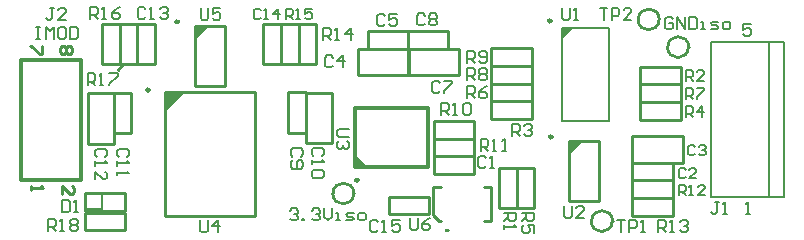
<source format=gto>
%FSTAX23Y23*%
%MOIN*%
%SFA1B1*%

%IPPOS*%
%ADD33C,0.010000*%
%ADD34C,0.011800*%
%ADD35C,0.012000*%
%ADD36C,0.007900*%
%ADD37C,0.005000*%
%ADD38C,0.008000*%
%ADD39R,0.009600X0.059100*%
%ADD40R,0.054600X0.009800*%
%ADD41R,0.010200X0.059500*%
%ADD42R,0.055500X0.009800*%
%LNcn0349-1*%
%LPD*%
G36*
X01866Y00284D02*
Y00324D01*
X01905*
X01866Y00284*
G37*
G36*
X01188Y00244D02*
X01166D01*
X01151Y00249*
Y00281*
X01188Y00244*
G37*
G36*
X00515Y00425D02*
Y00491D01*
X00581*
X00515Y00425*
G37*
G36*
X00621Y00668D02*
Y00708D01*
X0066*
X00621Y00668*
G37*
G36*
X01873Y00703D02*
X01836Y00666D01*
Y00687*
X01841Y00703*
X01873*
Y00703*
G37*
G54D33*
X01145Y00154D02*
D01*
D01*
G75*
G03X01074I-00035J0D01*
G74*G01*
D01*
G75*
G03X01145I00035J0D01*
G74*G01*
X02261Y00642D02*
D01*
D01*
G75*
G03X0219I-00035J0D01*
G74*G01*
D01*
G75*
G03X02261I00035J0D01*
G74*G01*
X02163Y00734D02*
D01*
D01*
G75*
G03X02092I-00035J0D01*
G74*G01*
D01*
G75*
G03X02163I00035J0D01*
G74*G01*
X02007Y00062D02*
D01*
D01*
G75*
G03X01936I-00035J0D01*
G74*G01*
D01*
G75*
G03X02007I00035J0D01*
G74*G01*
X01457Y00031D02*
D01*
D01*
G75*
G03X01453I-00002J0D01*
G74*G01*
D01*
G75*
G03X01457I00002J0D01*
G74*G01*
X00357Y00566D02*
X00376Y00585D01*
X01262Y00084D02*
X01396D01*
X01262Y00143D02*
X01396D01*
Y00084D02*
Y00143D01*
X01262Y00084D02*
Y00143D01*
X02073Y00139D02*
X02207D01*
X02073Y00198D02*
X02207D01*
Y00139D02*
Y00198D01*
X02073Y00139D02*
Y00198D01*
X00423Y00585D02*
Y00719D01*
X00482Y00585D02*
Y00719D01*
X00423Y00585D02*
X00482D01*
X00423Y00719D02*
X00482D01*
X00616Y00713D02*
X00691D01*
X00716*
Y00513D02*
Y00713D01*
X00616Y00513D02*
X00716D01*
X00616D02*
Y00713D01*
X00902Y00584D02*
Y00718D01*
X00961Y00584D02*
Y00718D01*
X00902Y00584D02*
X00961D01*
X00902Y00718D02*
X00961D01*
Y00584D02*
Y00718D01*
X0102Y00584D02*
Y00718D01*
X00961Y00584D02*
X0102D01*
X00961Y00718D02*
X0102D01*
X01687Y00106D02*
Y0024D01*
X01628Y00106D02*
Y0024D01*
X01687*
X01628Y00106D02*
X01687D01*
Y00106D02*
Y0024D01*
X01746Y00106D02*
Y0024D01*
X01687Y00106D02*
X01746D01*
X01687Y0024D02*
X01746D01*
X01411Y00278D02*
X01545D01*
X01411Y00219D02*
X01545D01*
X01411D02*
Y00278D01*
X01545Y00219D02*
Y00278D01*
X01411Y00337D02*
X01545D01*
X01411Y00278D02*
X01545D01*
X01411D02*
Y00337D01*
X01545Y00278D02*
Y00337D01*
X01157Y00635D02*
X01326D01*
X01157Y00548D02*
X01326D01*
X01157D02*
Y00635D01*
X01326Y00548D02*
Y00635D01*
X01192Y00635D02*
X01326D01*
X01192Y00694D02*
X01326D01*
Y00635D02*
Y00694D01*
X01192Y00635D02*
Y00694D01*
X00984Y00357D02*
Y00491D01*
X00925Y00357D02*
Y00491D01*
X00984*
X00925Y00357D02*
X00984D01*
X00984Y00321D02*
Y0049D01*
X01071Y00321D02*
Y0049D01*
X00984Y00321D02*
X01071D01*
X00984Y0049D02*
X01071D01*
X01861Y00329D02*
X01936D01*
X01961*
Y00129D02*
Y00329D01*
X01861Y00129D02*
X01961D01*
X01861D02*
Y00329D01*
X00382Y00097D02*
Y00156D01*
X00248D02*
X00382D01*
X00248Y00097D02*
Y00156D01*
Y00097D02*
X00382D01*
X00248Y00031D02*
X00382D01*
X00248Y0009D02*
X00382D01*
Y00031D02*
Y0009D01*
X00248Y00031D02*
Y0009D01*
X00403Y00355D02*
Y00489D01*
X00344Y00355D02*
Y00489D01*
X00403*
X00344Y00355D02*
X00403D01*
X00257Y00319D02*
Y00488D01*
X00344Y00319D02*
Y00488D01*
X00257Y00319D02*
X00344D01*
X00257Y00488D02*
X00344D01*
X00364Y00585D02*
Y00719D01*
X00423Y00585D02*
Y00719D01*
X00364Y00585D02*
X00423D01*
X00364Y00719D02*
X00423D01*
X00305Y00585D02*
Y00719D01*
X00364Y00585D02*
Y00719D01*
X00305Y00585D02*
X00364D01*
X00305Y00719D02*
X00364D01*
X00843Y00584D02*
Y00718D01*
X00902Y00584D02*
Y00718D01*
X00843Y00584D02*
X00902D01*
X00843Y00718D02*
X00902D01*
X01327Y00548D02*
X01496D01*
X01327Y00635D02*
X01496D01*
Y00548D02*
Y00635D01*
X01327Y00548D02*
Y00635D01*
X01326Y00694D02*
X0146D01*
X01326Y00635D02*
X0146D01*
X01326D02*
Y00694D01*
X0146Y00635D02*
Y00694D01*
X02073Y00344D02*
X02242D01*
X02073Y00257D02*
X02242D01*
X02073D02*
Y00344D01*
X02242Y00257D02*
Y00344D01*
X02073Y00198D02*
X02207D01*
X02073Y00257D02*
X02207D01*
Y00198D02*
Y00257D01*
X02073Y00198D02*
Y00257D01*
X01603Y00638D02*
X01737D01*
X01603Y00579D02*
X01737D01*
X01603D02*
Y00638D01*
X01737Y00579D02*
Y00638D01*
X01603Y00578D02*
X01737D01*
X01603Y00519D02*
X01737D01*
X01603D02*
Y00578D01*
X01737Y00519D02*
Y00578D01*
X01603Y00461D02*
X01737D01*
X01603Y0052D02*
X01737D01*
Y00461D02*
Y0052D01*
X01603Y00461D02*
Y0052D01*
X021Y004D02*
X02234D01*
X021Y00459D02*
X02234D01*
Y004D02*
Y00459D01*
X021Y004D02*
Y00459D01*
X01603Y00461D02*
X01737D01*
X01603Y00402D02*
X01737D01*
X01603D02*
Y00461D01*
X01737Y00402D02*
Y00461D01*
X021Y00459D02*
X02234D01*
X021Y00518D02*
X02234D01*
Y00459D02*
Y00518D01*
X021Y00459D02*
Y00518D01*
X02234D01*
X021Y00577D02*
X02234D01*
Y00518D02*
Y00577D01*
X021Y00518D02*
Y00577D01*
X02073Y00139D02*
X02207D01*
X02073Y0008D02*
X02207D01*
X02073D02*
Y00139D01*
X02207Y0008D02*
Y00139D01*
X00515Y00078D02*
Y00491D01*
Y00078D02*
X00814D01*
Y00491*
X00515D02*
X00814D01*
X01411Y00396D02*
X01545D01*
X01411Y00337D02*
X01545D01*
X01411D02*
Y00396D01*
X01545Y00337D02*
Y00396D01*
X01578Y00176D02*
X01603D01*
X01578Y00061D02*
X01603D01*
Y00176*
X0141D02*
X01436D01*
X0143Y00061D02*
X01436D01*
X0141Y00081D02*
X0143Y00061D01*
X0141Y00081D02*
Y00176D01*
X00069Y00179D02*
Y00165D01*
Y00172*
X00109*
X00102Y00179*
X00171Y00153D02*
Y0018D01*
X00197Y00153*
X00204*
X00211Y0016*
Y00173*
X00204Y0018*
X00104Y00645D02*
Y00618D01*
X00097*
X0007Y00645*
X00064*
X00171Y0062D02*
X00165Y00626D01*
Y0064*
X00171Y00646*
X00178*
X00185Y0064*
X00191Y00646*
X00198*
X00205Y0064*
Y00626*
X00198Y0062*
X00191*
X00185Y00626*
X00178Y0062*
X00171*
X00185Y00626D02*
Y0064D01*
G54D34*
X00559Y00727D02*
D01*
D01*
G75*
G03X00552I-00003J0D01*
G74*G01*
D01*
G75*
G03X00559I00003J0D01*
G74*G01*
X01804Y00343D02*
D01*
D01*
G75*
G03X01797I-00003J0D01*
G74*G01*
D01*
G75*
G03X01804I00003J0D01*
G74*G01*
X01801Y0073D02*
D01*
D01*
G75*
G03X01794I-00003J0D01*
G74*G01*
D01*
G75*
G03X01801I00003J0D01*
G74*G01*
X00463Y00499D02*
D01*
D01*
G75*
G03X00456I-00003J0D01*
G74*G01*
D01*
G75*
G03X00463I00003J0D01*
G74*G01*
X01157Y00198D02*
D01*
D01*
G75*
G03X01151I-00003J0D01*
G74*G01*
D01*
G75*
G03X01157I00003J0D01*
G74*G01*
G54D35*
X00085Y002D02*
X00235D01*
Y006D02*
X00235Y002D01*
X00035Y006D02*
X00235D01*
X00035Y0025D02*
Y006D01*
Y002D02*
Y0025D01*
Y002D02*
X00085D01*
X01149Y00439D02*
X01393D01*
Y00242D02*
Y00439D01*
X01149Y00242D02*
Y00439D01*
Y00242D02*
X01393D01*
G54D36*
X01837Y00395D02*
X01995D01*
Y00705*
X01837Y00395D02*
Y00705D01*
X01994*
G54D37*
X0258Y00142D02*
Y0066D01*
X02336Y0066D02*
X0258D01*
X02336Y00142D02*
Y0066D01*
Y00141D02*
X0258D01*
X02529Y00143D02*
Y0066D01*
G54D38*
X01226Y00059D02*
X0122Y00066D01*
X01206*
X012Y00059*
Y00032*
X01206Y00026*
X0122*
X01226Y00032*
X0124Y00026D02*
X01253D01*
X01246*
Y00066*
X0124Y00059*
X013Y00066D02*
X01273D01*
Y00046*
X01286Y00052*
X01293*
X013Y00046*
Y00032*
X01293Y00026*
X0128*
X01273Y00032*
X00144Y00772D02*
X00131D01*
X00138*
Y00738*
X00131Y00732*
X00124*
X00118Y00738*
X00184Y00732D02*
X00158D01*
X00184Y00758*
Y00765*
X00178Y00772*
X00164*
X00158Y00765*
X00634Y00773D02*
Y00739D01*
X0064Y00733*
X00654*
X0066Y00739*
Y00773*
X007D02*
X00674D01*
Y00753*
X00687Y00759*
X00694*
X007Y00753*
Y00739*
X00694Y00733*
X0068*
X00674Y00739*
X0113Y00369D02*
X01096D01*
X0109Y00362*
Y00349*
X01096Y00342*
X0113*
X01123Y00329D02*
X0113Y00322D01*
Y00309*
X01123Y00302*
X01116*
X0111Y00309*
Y00315*
Y00309*
X01103Y00302*
X01096*
X0109Y00309*
Y00322*
X01096Y00329*
X01846Y00113D02*
Y00079D01*
X01852Y00073*
X01866*
X01872Y00079*
Y00113*
X01912Y00073D02*
X01886D01*
X01912Y00099*
Y00106*
X01906Y00113*
X01892*
X01886Y00106*
X0184Y00772D02*
Y00738D01*
X01846Y00732*
X0186*
X01866Y00738*
Y00772*
X0188Y00732D02*
X01893D01*
X01886*
Y00772*
X0188Y00765*
X00126Y00028D02*
Y00068D01*
X00146*
X00152Y00061*
Y00048*
X00146Y00041*
X00126*
X00139D02*
X00152Y00028D01*
X00166D02*
X00179D01*
X00172*
Y00068*
X00166Y00061*
X00199D02*
X00206Y00068D01*
X00219*
X00226Y00061*
Y00054*
X00219Y00048*
X00226Y00041*
Y00034*
X00219Y00028*
X00206*
X00199Y00034*
Y00041*
X00206Y00048*
X00199Y00054*
Y00061*
X00206Y00048D02*
X00219D01*
X00257Y00514D02*
Y00554D01*
X00277*
X00283Y00547*
Y00534*
X00277Y00527*
X00257*
X0027D02*
X00283Y00514D01*
X00297D02*
X0031D01*
X00303*
Y00554*
X00297Y00547*
X0033Y00554D02*
X00357D01*
Y00547*
X0033Y0052*
Y00514*
X00266Y00736D02*
Y00776D01*
X00286*
X00292Y00769*
Y00756*
X00286Y00749*
X00266*
X00279D02*
X00292Y00736D01*
X00306D02*
X00319D01*
X00312*
Y00776*
X00306Y00769*
X00366Y00776D02*
X00352Y00769D01*
X00339Y00756*
Y00742*
X00346Y00736*
X00359*
X00366Y00742*
Y00749*
X00359Y00756*
X00339*
X00918Y00735D02*
Y0077D01*
X00935*
X00941Y00764*
Y00752*
X00935Y00746*
X00918*
X00929D02*
X00941Y00735D01*
X00953D02*
X00964D01*
X00958*
Y0077*
X00953Y00764*
X01005Y0077D02*
X00982D01*
Y00752*
X00993Y00758*
X00999*
X01005Y00752*
Y0074*
X00999Y00735*
X00988*
X00982Y0074*
X01042Y00667D02*
Y00707D01*
X01062*
X01068Y007*
Y00687*
X01062Y0068*
X01042*
X01055D02*
X01068Y00667D01*
X01082D02*
X01095D01*
X01088*
Y00707*
X01082Y007*
X01135Y00667D02*
Y00707D01*
X01115Y00687*
X01142*
X02158Y00026D02*
Y00066D01*
X02178*
X02184Y00059*
Y00046*
X02178Y00039*
X02158*
X02171D02*
X02184Y00026D01*
X02198D02*
X02211D01*
X02204*
Y00066*
X02198Y00059*
X02231D02*
X02238Y00066D01*
X02251*
X02258Y00059*
Y00052*
X02251Y00046*
X02244*
X02251*
X02258Y00039*
Y00032*
X02251Y00026*
X02238*
X02231Y00032*
X02228Y00148D02*
Y00183D01*
X02245*
X02251Y00177*
Y00165*
X02245Y00159*
X02228*
X02239D02*
X02251Y00148D01*
X02263D02*
X02274D01*
X02268*
Y00183*
X02263Y00177*
X02315Y00148D02*
X02292D01*
X02315Y00171*
Y00177*
X02309Y00183*
X02298*
X02292Y00177*
X01567Y00297D02*
Y00337D01*
X01587*
X01593Y0033*
Y00317*
X01587Y0031*
X01567*
X0158D02*
X01593Y00297D01*
X01607D02*
X0162D01*
X01613*
Y00337*
X01607Y0033*
X0164Y00297D02*
X01653D01*
X01647*
Y00337*
X0164Y0033*
X01522Y00589D02*
Y00629D01*
X01542*
X01548Y00622*
Y00609*
X01542Y00602*
X01522*
X01535D02*
X01548Y00589D01*
X01562Y00595D02*
X01568Y00589D01*
X01582*
X01588Y00595*
Y00622*
X01582Y00629*
X01568*
X01562Y00622*
Y00615*
X01568Y00609*
X01588*
X01521Y00531D02*
Y00571D01*
X01541*
X01547Y00564*
Y00551*
X01541Y00544*
X01521*
X01534D02*
X01547Y00531D01*
X01561Y00564D02*
X01567Y00571D01*
X01581*
X01587Y00564*
Y00557*
X01581Y00551*
X01587Y00544*
Y00537*
X01581Y00531*
X01567*
X01561Y00537*
Y00544*
X01567Y00551*
X01561Y00557*
Y00564*
X01567Y00551D02*
X01581D01*
X02253Y00469D02*
Y00504D01*
X0227*
X02276Y00498*
Y00486*
X0227Y0048*
X02253*
X02264D02*
X02276Y00469D01*
X02288Y00504D02*
X02311D01*
Y00498*
X02288Y00474*
Y00469*
X01521Y00471D02*
Y00511D01*
X01541*
X01547Y00504*
Y00491*
X01541Y00484*
X01521*
X01534D02*
X01547Y00471D01*
X01587Y00511D02*
X01574Y00504D01*
X01561Y00491*
Y00477*
X01567Y00471*
X01581*
X01587Y00477*
Y00484*
X01581Y00491*
X01561*
X01706Y00089D02*
X01746D01*
Y00069*
X01739Y00062*
X01726*
X01719Y00069*
Y00089*
Y00075D02*
X01706Y00062D01*
X01746Y00022D02*
Y00049D01*
X01726*
X01732Y00035*
Y00029*
X01726Y00022*
X01712*
X01706Y00029*
Y00042*
X01712Y00049*
X02253Y00409D02*
Y00444D01*
X0227*
X02276Y00438*
Y00426*
X0227Y0042*
X02253*
X02264D02*
X02276Y00409D01*
X02305D02*
Y00444D01*
X02288Y00426*
X02311*
X01672Y00346D02*
Y00386D01*
X01692*
X01698Y00379*
Y00366*
X01692Y00359*
X01672*
X01685D02*
X01698Y00346D01*
X01712Y00379D02*
X01718Y00386D01*
X01732*
X01738Y00379*
Y00372*
X01732Y00366*
X01725*
X01732*
X01738Y00359*
Y00352*
X01732Y00346*
X01718*
X01712Y00352*
X02253Y0053D02*
Y00565D01*
X0227*
X02276Y00559*
Y00547*
X0227Y00541*
X02253*
X02264D02*
X02276Y0053D01*
X02311D02*
X02288D01*
X02311Y00553*
Y00559*
X02305Y00565*
X02293*
X02288Y00559*
X01645Y00089D02*
X01685D01*
Y00069*
X01678Y00062*
X01665*
X01658Y00069*
Y00089*
Y00075D02*
X01645Y00062D01*
Y00049D02*
Y00035D01*
Y00042*
X01685*
X01678Y00049*
X02207Y00734D02*
X02201Y00741D01*
X02187*
X02181Y00734*
Y00707*
X02187Y00701*
X02201*
X02207Y00707*
Y00721*
X02194*
X02221Y00701D02*
Y00741D01*
X02247Y00701*
Y00741*
X02261D02*
Y00701D01*
X02281*
X02287Y00707*
Y00734*
X02281Y00741*
X02261*
X02301Y00701D02*
X02314D01*
X02307*
Y00727*
X02301*
X02334Y00701D02*
X02354D01*
X0236Y00707*
X02354Y00714*
X0234*
X02334Y00721*
X0234Y00727*
X0236*
X0238Y00701D02*
X02394D01*
X024Y00707*
Y00721*
X02394Y00727*
X0238*
X02374Y00721*
Y00707*
X0238Y00701*
X00173Y00131D02*
Y00091D01*
X00193*
X00199Y00097*
Y00124*
X00193Y00131*
X00173*
X00213Y00091D02*
X00226D01*
X00219*
Y00131*
X00213Y00124*
X00834Y00764D02*
X00828Y0077D01*
X00816*
X00811Y00764*
Y0074*
X00816Y00735*
X00828*
X00834Y0074*
X00846Y00735D02*
X00857D01*
X00851*
Y0077*
X00846Y00764*
X00892Y00735D02*
Y0077D01*
X00875Y00752*
X00898*
X0045Y00769D02*
X00444Y00776D01*
X0043*
X00424Y00769*
Y00742*
X0043Y00736*
X00444*
X0045Y00742*
X00464Y00736D02*
X00477D01*
X0047*
Y00776*
X00464Y00769*
X00497D02*
X00504Y00776D01*
X00517*
X00524Y00769*
Y00762*
X00517Y00756*
X0051*
X00517*
X00524Y00749*
Y00742*
X00517Y00736*
X00504*
X00497Y00742*
X00314Y00274D02*
X00321Y00281D01*
Y00294*
X00314Y00301*
X00287*
X00281Y00294*
Y00281*
X00287Y00274*
X00281Y00261D02*
Y00247D01*
Y00254*
X00321*
X00314Y00261*
X00281Y00201D02*
Y00227D01*
X00307Y00201*
X00314*
X00321Y00207*
Y00221*
X00314Y00227*
X00389Y00274D02*
X00396Y00281D01*
Y00294*
X00389Y00301*
X00362*
X00356Y00294*
Y00281*
X00362Y00274*
X00356Y00261D02*
Y00247D01*
Y00254*
X00396*
X00389Y00261*
X00356Y00227D02*
Y00214D01*
Y00221*
X00396*
X00389Y00227*
X01037Y00278D02*
X01044Y00285D01*
Y00298*
X01037Y00305*
X0101*
X01004Y00298*
Y00285*
X0101Y00278*
X01004Y00265D02*
Y00251D01*
Y00258*
X01044*
X01037Y00265*
Y00231D02*
X01044Y00225D01*
Y00211*
X01037Y00205*
X0101*
X01004Y00211*
Y00225*
X0101Y00231*
X01037*
X00967Y00277D02*
X00974Y00284D01*
Y00297*
X00967Y00304*
X0094*
X00934Y00297*
Y00284*
X0094Y00277*
Y00264D02*
X00934Y00257D01*
Y00244*
X0094Y00237*
X00967*
X00974Y00244*
Y00257*
X00967Y00264*
X0096*
X00954Y00257*
Y00237*
X01381Y00747D02*
X01375Y00754D01*
X01361*
X01355Y00747*
Y0072*
X01361Y00714*
X01375*
X01381Y0072*
X01395Y00747D02*
X01401Y00754D01*
X01415*
X01421Y00747*
Y0074*
X01415Y00734*
X01421Y00727*
Y0072*
X01415Y00714*
X01401*
X01395Y0072*
Y00727*
X01401Y00734*
X01395Y0074*
Y00747*
X01401Y00734D02*
X01415D01*
X01432Y00522D02*
X01426Y00529D01*
X01412*
X01406Y00522*
Y00495*
X01412Y00489*
X01426*
X01432Y00495*
X01446Y00529D02*
X01472D01*
Y00522*
X01446Y00495*
Y00489*
X01249Y00745D02*
X01243Y00752D01*
X01229*
X01223Y00745*
Y00718*
X01229Y00712*
X01243*
X01249Y00718*
X01289Y00752D02*
X01263D01*
Y00732*
X01276Y00738*
X01283*
X01289Y00732*
Y00718*
X01283Y00712*
X01269*
X01263Y00718*
X01076Y00607D02*
X0107Y00614D01*
X01056*
X0105Y00607*
Y0058*
X01056Y00574*
X0107*
X01076Y0058*
X0111Y00574D02*
Y00614D01*
X0109Y00594*
X01116*
X02282Y0031D02*
X02276Y00316D01*
X02264*
X02259Y0031*
Y00286*
X02264Y00281*
X02276*
X02282Y00286*
X02294Y0031D02*
X02299Y00316D01*
X02311*
X02317Y0031*
Y00304*
X02311Y00298*
X02305*
X02311*
X02317Y00292*
Y00286*
X02311Y00281*
X02299*
X02294Y00286*
X02251Y00233D02*
X02245Y00239D01*
X02233*
X02228Y00233*
Y00209*
X02233Y00204*
X02245*
X02251Y00209*
X02286Y00204D02*
X02263D01*
X02286Y00227*
Y00233*
X0228Y00239*
X02268*
X02263Y00233*
X01585Y00272D02*
X01579Y00279D01*
X01565*
X01559Y00272*
Y00245*
X01565Y00239*
X01579*
X01585Y00245*
X01599Y00239D02*
X01612D01*
X01605*
Y00279*
X01599Y00272*
X00933Y00097D02*
X00939Y00104D01*
X00953*
X00959Y00097*
Y0009*
X00953Y00084*
X00946*
X00953*
X00959Y00077*
Y0007*
X00953Y00064*
X00939*
X00933Y0007*
X00973Y00064D02*
Y0007D01*
X00979*
Y00064*
X00973*
X01006Y00097D02*
X01013Y00104D01*
X01026*
X01033Y00097*
Y0009*
X01026Y00084*
X01019*
X01026*
X01033Y00077*
Y0007*
X01026Y00064*
X01013*
X01006Y0007*
X01046Y00104D02*
Y00077D01*
X01059Y00064*
X01073Y00077*
Y00104*
X01086Y00064D02*
X01099D01*
X01092*
Y0009*
X01086*
X01119Y00064D02*
X01139D01*
X01146Y0007*
X01139Y00077*
X01126*
X01119Y00084*
X01126Y0009*
X01146*
X01166Y00064D02*
X01179D01*
X01186Y0007*
Y00084*
X01179Y0009*
X01166*
X01159Y00084*
Y0007*
X01166Y00064*
X00632D02*
Y0003D01*
X00638Y00024*
X00652*
X00658Y0003*
Y00064*
X00692Y00024D02*
Y00064D01*
X00672Y00044*
X00698*
X02021Y00066D02*
X02047D01*
X02034*
Y00026*
X02061D02*
Y00066D01*
X02081*
X02087Y00059*
Y00046*
X02081Y00039*
X02061*
X02101Y00026D02*
X02114D01*
X02107*
Y00066*
X02101Y00059*
X01964Y00772D02*
X0199D01*
X01977*
Y00732*
X02004D02*
Y00772D01*
X02024*
X0203Y00765*
Y00752*
X02024Y00745*
X02004*
X0207Y00732D02*
X02044D01*
X0207Y00758*
Y00765*
X02064Y00772*
X0205*
X02044Y00765*
X01435Y00415D02*
Y00455D01*
X01455*
X01461Y00448*
Y00435*
X01455Y00428*
X01435*
X01448D02*
X01461Y00415D01*
X01475D02*
X01488D01*
X01481*
Y00455*
X01475Y00448*
X01508D02*
X01515Y00455D01*
X01528*
X01535Y00448*
Y00421*
X01528Y00415*
X01515*
X01508Y00421*
Y00448*
X02362Y00125D02*
X02349D01*
X02356*
Y00091*
X02349Y00085*
X02342*
X02336Y00091*
X02376Y00085D02*
X02389D01*
X02382*
Y00125*
X02376Y00118*
X01332Y00071D02*
Y00038D01*
X01338Y00031*
X01352*
X01358Y00038*
Y00071*
X01398D02*
X01385Y00065D01*
X01372Y00051*
Y00038*
X01378Y00031*
X01392*
X01398Y00038*
Y00045*
X01392Y00051*
X01372*
X00085Y0071D02*
X00098D01*
X00091*
Y0067*
X00085*
X00098*
X00118D02*
Y0071D01*
X00131Y00696*
X00145Y0071*
Y0067*
X00178Y0071D02*
X00165D01*
X00158Y00703*
Y00676*
X00165Y0067*
X00178*
X00185Y00676*
Y00703*
X00178Y0071*
X00198D02*
Y0067D01*
X00218*
X00225Y00676*
Y00703*
X00218Y0071*
X00198*
X02453Y00085D02*
X02466D01*
X02459*
Y00125*
X02453Y00118*
X02469Y0072D02*
X02443D01*
Y007*
X02456Y00706*
X02463*
X02469Y007*
Y00686*
X02463Y0068*
X02449*
X02443Y00686*
G54D39*
X00306Y00126D03*
G54D40*
X00275Y00102D03*
G54D41*
X00253Y00126D03*
G54D42*
X00276Y00151D03*
M02*
</source>
